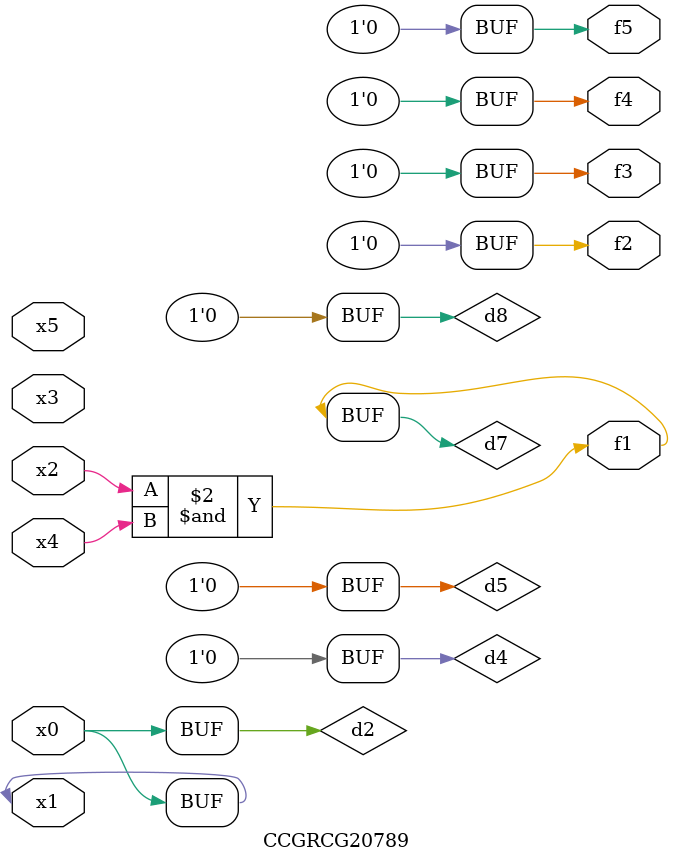
<source format=v>
module CCGRCG20789(
	input x0, x1, x2, x3, x4, x5,
	output f1, f2, f3, f4, f5
);

	wire d1, d2, d3, d4, d5, d6, d7, d8, d9;

	nand (d1, x1);
	buf (d2, x0, x1);
	nand (d3, x2, x4);
	and (d4, d1, d2);
	and (d5, d1, d2);
	nand (d6, d1, d3);
	not (d7, d3);
	xor (d8, d5);
	nor (d9, d5, d6);
	assign f1 = d7;
	assign f2 = d8;
	assign f3 = d8;
	assign f4 = d8;
	assign f5 = d8;
endmodule

</source>
